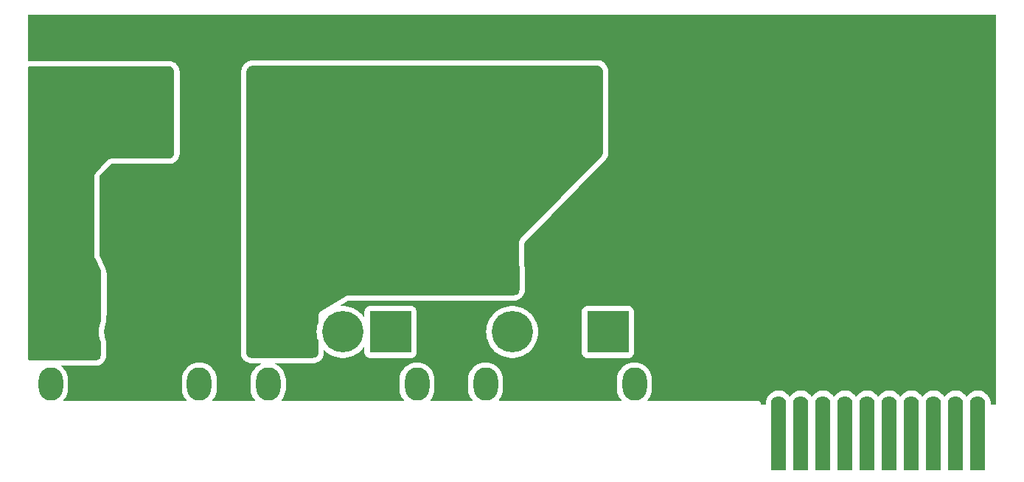
<source format=gbr>
%TF.GenerationSoftware,KiCad,Pcbnew,8.0.1*%
%TF.CreationDate,2024-04-05T18:07:18-04:00*%
%TF.ProjectId,bus1,62757331-2e6b-4696-9361-645f70636258,rev?*%
%TF.SameCoordinates,Original*%
%TF.FileFunction,Copper,L2,Bot*%
%TF.FilePolarity,Positive*%
%FSLAX46Y46*%
G04 Gerber Fmt 4.6, Leading zero omitted, Abs format (unit mm)*
G04 Created by KiCad (PCBNEW 8.0.1) date 2024-04-05 18:07:18*
%MOMM*%
%LPD*%
G01*
G04 APERTURE LIST*
%TA.AperFunction,ComponentPad*%
%ADD10R,2.100000X2.100000*%
%TD*%
%TA.AperFunction,ComponentPad*%
%ADD11C,2.100000*%
%TD*%
%TA.AperFunction,ComponentPad*%
%ADD12C,2.610000*%
%TD*%
%TA.AperFunction,ComponentPad*%
%ADD13O,2.800000X3.800000*%
%TD*%
%TA.AperFunction,ComponentPad*%
%ADD14C,4.750000*%
%TD*%
%TA.AperFunction,ComponentPad*%
%ADD15R,4.750000X4.750000*%
%TD*%
%TA.AperFunction,ComponentPad*%
%ADD16C,1.780000*%
%TD*%
%TA.AperFunction,SMDPad,CuDef*%
%ADD17R,1.780000X7.700000*%
%TD*%
%TA.AperFunction,ViaPad*%
%ADD18C,0.800000*%
%TD*%
G04 APERTURE END LIST*
D10*
%TO.P,PS1,1,Vin+*%
%TO.N,/48v*%
X10716250Y41468750D03*
D11*
%TO.P,PS1,2,On/Off*%
%TO.N,GND2*%
X10716250Y33848750D03*
%TO.P,PS1,3,Vin-*%
X10716250Y26228750D03*
D12*
%TO.P,PS1,4,Vout-*%
X61516250Y26228750D03*
%TO.P,PS1,8,Vout+*%
%TO.N,/12v_1*%
X61516250Y41468750D03*
%TD*%
D13*
%TO.P,J2,*%
%TO.N,*%
X2986250Y10333750D03*
X20086250Y10333750D03*
X27986250Y10333750D03*
X45086250Y10333750D03*
X52956250Y10333750D03*
X70056250Y10333750D03*
D14*
%TO.P,J2,1,48V*%
%TO.N,/48v*%
X6036250Y16333750D03*
%TO.P,J2,2,GND*%
%TO.N,GND2*%
X11536250Y16333750D03*
D15*
%TO.P,J2,3,GND*%
X17036250Y16333750D03*
D14*
%TO.P,J2,4,12V*%
%TO.N,/12v_1*%
X31036250Y16333750D03*
%TO.P,J2,5,12V*%
%TO.N,unconnected-(J2B-12V-Pad5)*%
X36536250Y16333750D03*
D15*
%TO.P,J2,6,12V*%
%TO.N,unconnected-(J2B-12V-Pad6)*%
X42036250Y16333750D03*
D14*
%TO.P,J2,7,24V*%
%TO.N,unconnected-(J2C-24V-Pad7)*%
X56006250Y16333750D03*
%TO.P,J2,8,GND*%
%TO.N,GND2*%
X61506250Y16333750D03*
D15*
%TO.P,J2,9,5V*%
%TO.N,unconnected-(J2C-5V-Pad9)*%
X67006250Y16333750D03*
%TD*%
D16*
%TO.P,J1,1,sGND*%
%TO.N,GND1*%
X86626250Y8093750D03*
D17*
X86626250Y4263750D03*
D16*
%TO.P,J1,2,TX0/SDA0*%
%TO.N,unconnected-(J1-TX0{slash}SDA0-Pad2)*%
X89166250Y8093750D03*
D17*
X89166250Y4263750D03*
D16*
%TO.P,J1,3,RX0/SCL0*%
%TO.N,unconnected-(J1-RX0{slash}SCL0-Pad3)*%
X91706250Y8093750D03*
D17*
X91706250Y4263750D03*
D16*
%TO.P,J1,4,sGND*%
%TO.N,GND1*%
X94246250Y8093750D03*
D17*
X94246250Y4263750D03*
D16*
%TO.P,J1,5,TX1/SDA1*%
%TO.N,unconnected-(J1-TX1{slash}SDA1-Pad5)*%
X96786250Y8093750D03*
D17*
X96786250Y4263750D03*
D16*
%TO.P,J1,6,RX1/SCL1*%
%TO.N,unconnected-(J1-RX1{slash}SCL1-Pad6)*%
X99326250Y8093750D03*
D17*
X99326250Y4263750D03*
D16*
%TO.P,J1,7,sGND*%
%TO.N,GND1*%
X101866250Y8093750D03*
D17*
X101866250Y4263750D03*
D16*
%TO.P,J1,8,TX2/SDA2*%
%TO.N,unconnected-(J1-TX2{slash}SDA2-Pad8)*%
X104406250Y8093750D03*
D17*
X104406250Y4263750D03*
D16*
%TO.P,J1,9,RX2/SCL2*%
%TO.N,unconnected-(J1-RX2{slash}SCL2-Pad9)*%
X106946250Y8093750D03*
D17*
X106946250Y4263750D03*
D16*
%TO.P,J1,10,sGND*%
%TO.N,GND1*%
X109486250Y8093750D03*
D17*
X109486250Y4263750D03*
%TD*%
D18*
%TO.N,/48v*%
X3156250Y44343750D03*
X6906250Y21843750D03*
X8156250Y36843750D03*
X3156250Y29343750D03*
X3156250Y30593750D03*
X1906250Y14343750D03*
X1906250Y31843750D03*
X15656250Y39343750D03*
X14406250Y44343750D03*
X1906250Y43093750D03*
X3156250Y31843750D03*
X15656250Y45593750D03*
X6906250Y25593750D03*
X1906250Y30593750D03*
X1906250Y33093750D03*
X4406250Y45593750D03*
X8156250Y38093750D03*
X8156250Y20593750D03*
X3156250Y14343750D03*
X15656250Y38093750D03*
X1906250Y44343750D03*
X9406250Y38093750D03*
X1906250Y29343750D03*
X3156250Y45593750D03*
X1906250Y26843750D03*
X1906250Y28093750D03*
X6906250Y34343750D03*
X10656250Y38093750D03*
X3156250Y28093750D03*
X1906250Y25593750D03*
X1906250Y45593750D03*
X6906250Y35593750D03*
X14406250Y45593750D03*
X6906250Y23093750D03*
X14406250Y38093750D03*
X8156250Y23093750D03*
X6906250Y36843750D03*
X8156250Y21843750D03*
X1906250Y15593750D03*
X14406250Y39343750D03*
X3156250Y26843750D03*
X6906250Y24343750D03*
X15656250Y44343750D03*
%TO.N,GND2*%
X110656250Y10593750D03*
X99406250Y38093750D03*
X64406250Y30593750D03*
X89406250Y48093750D03*
X59406250Y10593750D03*
X110656250Y49343750D03*
X20656250Y18093750D03*
X110656250Y45593750D03*
X94406250Y38093750D03*
X79406250Y43093750D03*
X60656250Y23093750D03*
X61906250Y9343750D03*
X109406250Y10593750D03*
X69406250Y28093750D03*
X94406250Y33093750D03*
X69406250Y33093750D03*
X60656250Y10593750D03*
X56906250Y51843750D03*
X104406250Y51843750D03*
X99406250Y23093750D03*
X84406250Y13093750D03*
X99406250Y28093750D03*
X23156250Y18093750D03*
X63156250Y11843750D03*
X69406250Y23093750D03*
X109406250Y33093750D03*
X99406250Y13093750D03*
X55656250Y51843750D03*
X66906250Y34343750D03*
X4406250Y51843750D03*
X99406250Y43093750D03*
X14406250Y33093750D03*
X50656250Y51843750D03*
X109406250Y43093750D03*
X89406250Y23093750D03*
X23156250Y15593750D03*
X19406250Y33093750D03*
X110656250Y13093750D03*
X108156250Y50593750D03*
X60656250Y11843750D03*
X109406250Y38093750D03*
X110656250Y50593750D03*
X79406250Y38093750D03*
X94406250Y23093750D03*
X110656250Y14343750D03*
X109406250Y11843750D03*
X58156250Y51843750D03*
X104406250Y18093750D03*
X50656250Y50593750D03*
X21906250Y15593750D03*
X1906250Y49343750D03*
X49406250Y51843750D03*
X55656250Y50593750D03*
X58156250Y20593750D03*
X109406250Y48093750D03*
X109406250Y51843750D03*
X61906250Y29343750D03*
X89406250Y43093750D03*
X104406250Y43093750D03*
X3156250Y49343750D03*
X64406250Y31843750D03*
X84406250Y23093750D03*
X54406250Y50593750D03*
X49406250Y50593750D03*
X104406250Y13093750D03*
X89406250Y38093750D03*
X14406250Y23093750D03*
X108156250Y48093750D03*
X9406250Y30593750D03*
X58156250Y21843750D03*
X3156250Y51843750D03*
X79406250Y13093750D03*
X79406250Y18093750D03*
X110656250Y11843750D03*
X21906250Y14343750D03*
X84406250Y48093750D03*
X109406250Y13093750D03*
X79406250Y48093750D03*
X79406250Y33093750D03*
X54406250Y51843750D03*
X94406250Y28093750D03*
X84406250Y43093750D03*
X108156250Y49343750D03*
X105656250Y51843750D03*
X48156250Y50593750D03*
X45656250Y51843750D03*
X94406250Y13093750D03*
X89406250Y18093750D03*
X69406250Y48093750D03*
X23156250Y16843750D03*
X99406250Y18093750D03*
X9406250Y28093750D03*
X9406250Y31843750D03*
X99406250Y33093750D03*
X10656250Y30593750D03*
X110656250Y51843750D03*
X59406250Y24343750D03*
X63156250Y13093750D03*
X74406250Y38093750D03*
X48156250Y51843750D03*
X46906250Y50593750D03*
X110656250Y48093750D03*
X61906250Y13093750D03*
X104406250Y38093750D03*
X74406250Y23093750D03*
X69406250Y38093750D03*
X51906250Y51843750D03*
X79406250Y23093750D03*
X64406250Y23093750D03*
X1906250Y51843750D03*
X45656250Y50593750D03*
X63156250Y10593750D03*
X94406250Y43093750D03*
X63156250Y29343750D03*
X3156250Y50593750D03*
X110656250Y46843750D03*
X104406250Y23093750D03*
X61906250Y11843750D03*
X94406250Y18093750D03*
X109406250Y46843750D03*
X74406250Y28093750D03*
X74406250Y48093750D03*
X69406250Y43093750D03*
X109406250Y28093750D03*
X108156250Y51843750D03*
X109406250Y18093750D03*
X4406250Y50593750D03*
X59406250Y11843750D03*
X79406250Y28093750D03*
X9406250Y29343750D03*
X19406250Y28093750D03*
X108156250Y11843750D03*
X84406250Y33093750D03*
X58156250Y23093750D03*
X109406250Y50593750D03*
X89406250Y13093750D03*
X56906250Y50593750D03*
X60656250Y20593750D03*
X51906250Y50593750D03*
X89406250Y33093750D03*
X106906250Y49343750D03*
X21906250Y18093750D03*
X59406250Y13093750D03*
X106906250Y50593750D03*
X53156250Y50593750D03*
X65656250Y31843750D03*
X94406250Y48093750D03*
X58156250Y24343750D03*
X64406250Y28093750D03*
X46906250Y51843750D03*
X104406250Y33093750D03*
X89406250Y28093750D03*
X74406250Y43093750D03*
X10656250Y29343750D03*
X105656250Y50593750D03*
X59406250Y20593750D03*
X23156250Y14343750D03*
X60656250Y9343750D03*
X20656250Y14343750D03*
X20656250Y16843750D03*
X74406250Y18093750D03*
X14406250Y28093750D03*
X21906250Y16843750D03*
X63156250Y30593750D03*
X1906250Y50593750D03*
X109406250Y49343750D03*
X61906250Y10593750D03*
X59406250Y21843750D03*
X19406250Y23093750D03*
X65656250Y33093750D03*
X59406250Y9343750D03*
X84406250Y28093750D03*
X5656250Y51843750D03*
X44406250Y51843750D03*
X60656250Y13093750D03*
X53156250Y51843750D03*
X63156250Y9343750D03*
X59406250Y23093750D03*
X58156250Y25593750D03*
X60656250Y21843750D03*
X109406250Y23093750D03*
X104406250Y48093750D03*
X84406250Y18093750D03*
X20656250Y15593750D03*
X74406250Y33093750D03*
X104406250Y28093750D03*
X74406250Y13093750D03*
X106906250Y51843750D03*
X84406250Y38093750D03*
X66906250Y33093750D03*
X99406250Y48093750D03*
%TO.N,/12v_1*%
X40656250Y45593750D03*
X61906250Y33093750D03*
X29406250Y31843750D03*
X55656250Y21843750D03*
X54406250Y24343750D03*
X41906250Y45593750D03*
X46906250Y43093750D03*
X34406250Y28093750D03*
X28156250Y29343750D03*
X61906250Y34343750D03*
X53156250Y21843750D03*
X49406250Y44343750D03*
X54406250Y21843750D03*
X49406250Y28093750D03*
X29406250Y23093750D03*
X28156250Y44343750D03*
X26906250Y33093750D03*
X28156250Y33093750D03*
X64406250Y44343750D03*
X26906250Y25593750D03*
X38156250Y23093750D03*
X65656250Y41843750D03*
X50656250Y45593750D03*
X26906250Y28093750D03*
X65656250Y43093750D03*
X29406250Y30593750D03*
X28156250Y45593750D03*
X49406250Y45593750D03*
X49406250Y38093750D03*
X65656250Y44343750D03*
X44406250Y43093750D03*
X56906250Y28093750D03*
X65656250Y40593750D03*
X55656250Y25593750D03*
X29406250Y38093750D03*
X26906250Y26843750D03*
X54406250Y23093750D03*
X46906250Y44343750D03*
X43156250Y43093750D03*
X26906250Y15593750D03*
X41906250Y44343750D03*
X59406250Y30593750D03*
X58156250Y30593750D03*
X28156250Y26843750D03*
X34406250Y21843750D03*
X33156250Y19343750D03*
X55656250Y26843750D03*
X63156250Y35593750D03*
X51906250Y45593750D03*
X36906250Y21843750D03*
X56906250Y29343750D03*
X60656250Y33093750D03*
X54406250Y43093750D03*
X28156250Y31843750D03*
X26906250Y35593750D03*
X36906250Y23093750D03*
X34406250Y43093750D03*
X49406250Y33093750D03*
X50656250Y44343750D03*
X43156250Y45593750D03*
X28156250Y30593750D03*
X59406250Y31843750D03*
X49406250Y23093750D03*
X26906250Y29343750D03*
X26906250Y24343750D03*
X35656250Y21843750D03*
X58156250Y29343750D03*
X26906250Y34343750D03*
X44406250Y44343750D03*
X48156250Y44343750D03*
X26906250Y41843750D03*
X26906250Y30593750D03*
X64406250Y36843750D03*
X60656250Y31843750D03*
X45656250Y45593750D03*
X46906250Y45593750D03*
X28156250Y43093750D03*
X43156250Y44343750D03*
X28156250Y34343750D03*
X59406250Y38093750D03*
X29406250Y45593750D03*
X48156250Y43093750D03*
X26906250Y14343750D03*
X48156250Y45593750D03*
X53156250Y23093750D03*
X39406250Y33093750D03*
X34406250Y20593750D03*
X63156250Y34343750D03*
X39406250Y28093750D03*
X64406250Y35593750D03*
X31906250Y45593750D03*
X34406250Y33093750D03*
X61906250Y45593750D03*
X51906250Y21843750D03*
X29406250Y44343750D03*
X65656250Y39343750D03*
X45656250Y44343750D03*
X55656250Y24343750D03*
X64406250Y45593750D03*
X65656250Y45593750D03*
X49406250Y43093750D03*
X44406250Y45593750D03*
X26906250Y43093750D03*
X34406250Y38093750D03*
X45656250Y43093750D03*
X30656250Y45593750D03*
X29406250Y29343750D03*
X39406250Y38093750D03*
X33156250Y20593750D03*
X65656250Y36843750D03*
X44406250Y23093750D03*
X26906250Y40593750D03*
X44406250Y33093750D03*
X26906250Y44343750D03*
X35656250Y20593750D03*
X44406250Y28093750D03*
X54406250Y38093750D03*
X26906250Y45593750D03*
X29406250Y28093750D03*
X28156250Y25593750D03*
X39406250Y21843750D03*
X55656250Y23093750D03*
X63156250Y45593750D03*
X29406250Y26843750D03*
X35656250Y23093750D03*
X44406250Y38093750D03*
X54406250Y33093750D03*
X65656250Y38093750D03*
X29406250Y33093750D03*
X26906250Y31843750D03*
X28156250Y28093750D03*
X28156250Y14343750D03*
X38156250Y21843750D03*
X55656250Y28093750D03*
%TD*%
%TA.AperFunction,Conductor*%
%TO.N,/12v_1*%
G36*
X65774329Y46942880D02*
G01*
X65936060Y46921840D01*
X65939000Y46921058D01*
X66057736Y46872173D01*
X66089088Y46859265D01*
X66091731Y46857748D01*
X66220773Y46759295D01*
X66222934Y46757147D01*
X66322175Y46628711D01*
X66323708Y46626077D01*
X66386416Y46476376D01*
X66387218Y46473436D01*
X66409247Y46311848D01*
X66409354Y46310325D01*
X66454971Y37004601D01*
X66454880Y37003089D01*
X66434755Y36842521D01*
X66433995Y36839594D01*
X66373676Y36690246D01*
X66372190Y36687612D01*
X66275155Y36558105D01*
X66274170Y36556954D01*
X56988584Y27030808D01*
X56889864Y26898913D01*
X56828399Y26746065D01*
X56828398Y26746058D01*
X56808323Y26582533D01*
X56851163Y21184561D01*
X56851074Y21183025D01*
X56830817Y21019996D01*
X56830042Y21017026D01*
X56768372Y20865597D01*
X56766851Y20862931D01*
X56667919Y20732757D01*
X56665757Y20730577D01*
X56536367Y20630611D01*
X56533713Y20629070D01*
X56382783Y20566202D01*
X56379819Y20565403D01*
X56216953Y20543851D01*
X56215418Y20543750D01*
X37185981Y20543750D01*
X37013044Y20519748D01*
X36853178Y20449553D01*
X34058450Y18729720D01*
X34058447Y18729718D01*
X33932889Y18628381D01*
X33836923Y18498669D01*
X33836922Y18498669D01*
X33776749Y18348959D01*
X33756250Y18188928D01*
X33756250Y17426652D01*
X33755293Y17422018D01*
X33726929Y17356265D01*
X33726925Y17356253D01*
X33627218Y17023205D01*
X33627217Y17023203D01*
X33566847Y16680828D01*
X33566846Y16680818D01*
X33546632Y16333754D01*
X33546632Y16333747D01*
X33566846Y15986683D01*
X33566847Y15986673D01*
X33627217Y15644298D01*
X33627218Y15644296D01*
X33726925Y15311248D01*
X33726929Y15311236D01*
X33743305Y15273273D01*
X33755293Y15245482D01*
X33756250Y15240850D01*
X33756250Y13979518D01*
X33756150Y13977991D01*
X33734813Y13815926D01*
X33734022Y13812976D01*
X33671765Y13662674D01*
X33670238Y13660028D01*
X33571200Y13530959D01*
X33569041Y13528800D01*
X33439972Y13429762D01*
X33437326Y13428235D01*
X33287024Y13365978D01*
X33284074Y13365187D01*
X33122010Y13343850D01*
X33120483Y13343750D01*
X26092967Y13343750D01*
X26091438Y13343850D01*
X25929222Y13365227D01*
X25926270Y13366019D01*
X25775848Y13428392D01*
X25773201Y13429922D01*
X25644071Y13529134D01*
X25641911Y13531298D01*
X25633545Y13542221D01*
X25542891Y13660576D01*
X25541369Y13663219D01*
X25479220Y13813736D01*
X25478432Y13816690D01*
X25457297Y13978935D01*
X25457199Y13980463D01*
X25463471Y18188928D01*
X25505304Y46259719D01*
X25505405Y46261217D01*
X25526911Y46422990D01*
X25527702Y46425928D01*
X25589976Y46575927D01*
X25591502Y46578566D01*
X25690423Y46707388D01*
X25692565Y46709529D01*
X25821414Y46808417D01*
X25824048Y46809939D01*
X25974070Y46872176D01*
X25977000Y46872963D01*
X26138768Y46894424D01*
X26140290Y46894525D01*
X65772834Y46942977D01*
X65774329Y46942880D01*
G37*
%TD.AperFunction*%
%TD*%
%TA.AperFunction,Conductor*%
%TO.N,GND2*%
G36*
X111602323Y52789823D02*
G01*
X111605750Y52781550D01*
X111605750Y8011893D01*
X111602323Y8003620D01*
X111594050Y8000193D01*
X111594043Y8000193D01*
X110998042Y8000526D01*
X110989771Y8003957D01*
X110986349Y8012226D01*
X110986349Y8031214D01*
X110986389Y8032180D01*
X110991491Y8093750D01*
X110991491Y8093751D01*
X110986389Y8155322D01*
X110986349Y8156288D01*
X110986349Y8175362D01*
X110986349Y8175363D01*
X110983628Y8209949D01*
X110981484Y8217328D01*
X110981060Y8219623D01*
X110980738Y8223503D01*
X110970961Y8341505D01*
X110909933Y8582501D01*
X110810070Y8810166D01*
X110674097Y9018288D01*
X110573072Y9128031D01*
X110505724Y9201190D01*
X110505714Y9201198D01*
X110309539Y9353887D01*
X110090898Y9472210D01*
X109855765Y9552931D01*
X109855755Y9552934D01*
X109610556Y9593850D01*
X109610552Y9593850D01*
X109361948Y9593850D01*
X109361943Y9593850D01*
X109116744Y9552934D01*
X109116734Y9552931D01*
X108881607Y9472212D01*
X108881604Y9472211D01*
X108662962Y9353888D01*
X108466785Y9201198D01*
X108466775Y9201190D01*
X108298405Y9018291D01*
X108298404Y9018291D01*
X108226045Y8907537D01*
X108218651Y8902485D01*
X108209851Y8904141D01*
X108206455Y8907537D01*
X108183411Y8942807D01*
X108134097Y9018288D01*
X108033072Y9128031D01*
X107965724Y9201190D01*
X107965714Y9201198D01*
X107769539Y9353887D01*
X107550898Y9472210D01*
X107315765Y9552931D01*
X107315755Y9552934D01*
X107070556Y9593850D01*
X107070552Y9593850D01*
X106821948Y9593850D01*
X106821943Y9593850D01*
X106576744Y9552934D01*
X106576734Y9552931D01*
X106341607Y9472212D01*
X106341604Y9472211D01*
X106122962Y9353888D01*
X105926785Y9201198D01*
X105926775Y9201190D01*
X105758405Y9018291D01*
X105758404Y9018291D01*
X105686045Y8907537D01*
X105678651Y8902485D01*
X105669851Y8904141D01*
X105666455Y8907537D01*
X105643411Y8942807D01*
X105594097Y9018288D01*
X105493072Y9128031D01*
X105425724Y9201190D01*
X105425714Y9201198D01*
X105229539Y9353887D01*
X105010898Y9472210D01*
X104775765Y9552931D01*
X104775755Y9552934D01*
X104530556Y9593850D01*
X104530552Y9593850D01*
X104281948Y9593850D01*
X104281943Y9593850D01*
X104036744Y9552934D01*
X104036734Y9552931D01*
X103801607Y9472212D01*
X103801604Y9472211D01*
X103582962Y9353888D01*
X103386785Y9201198D01*
X103386775Y9201190D01*
X103218405Y9018291D01*
X103218404Y9018291D01*
X103146045Y8907537D01*
X103138651Y8902485D01*
X103129851Y8904141D01*
X103126455Y8907537D01*
X103103411Y8942807D01*
X103054097Y9018288D01*
X102953072Y9128031D01*
X102885724Y9201190D01*
X102885714Y9201198D01*
X102689539Y9353887D01*
X102470898Y9472210D01*
X102235765Y9552931D01*
X102235755Y9552934D01*
X101990556Y9593850D01*
X101990552Y9593850D01*
X101741948Y9593850D01*
X101741943Y9593850D01*
X101496744Y9552934D01*
X101496734Y9552931D01*
X101261607Y9472212D01*
X101261604Y9472211D01*
X101042962Y9353888D01*
X100846785Y9201198D01*
X100846775Y9201190D01*
X100678405Y9018291D01*
X100678404Y9018291D01*
X100606045Y8907537D01*
X100598651Y8902485D01*
X100589851Y8904141D01*
X100586455Y8907537D01*
X100563411Y8942807D01*
X100514097Y9018288D01*
X100413072Y9128031D01*
X100345724Y9201190D01*
X100345714Y9201198D01*
X100149539Y9353887D01*
X99930898Y9472210D01*
X99695765Y9552931D01*
X99695755Y9552934D01*
X99450556Y9593850D01*
X99450552Y9593850D01*
X99201948Y9593850D01*
X99201943Y9593850D01*
X98956744Y9552934D01*
X98956734Y9552931D01*
X98721607Y9472212D01*
X98721604Y9472211D01*
X98502962Y9353888D01*
X98306785Y9201198D01*
X98306775Y9201190D01*
X98138405Y9018291D01*
X98138404Y9018291D01*
X98066045Y8907537D01*
X98058651Y8902485D01*
X98049851Y8904141D01*
X98046455Y8907537D01*
X98023411Y8942807D01*
X97974097Y9018288D01*
X97873072Y9128031D01*
X97805724Y9201190D01*
X97805714Y9201198D01*
X97609539Y9353887D01*
X97390898Y9472210D01*
X97155765Y9552931D01*
X97155755Y9552934D01*
X96910556Y9593850D01*
X96910552Y9593850D01*
X96661948Y9593850D01*
X96661943Y9593850D01*
X96416744Y9552934D01*
X96416734Y9552931D01*
X96181607Y9472212D01*
X96181604Y9472211D01*
X95962962Y9353888D01*
X95766785Y9201198D01*
X95766775Y9201190D01*
X95598405Y9018291D01*
X95598404Y9018291D01*
X95526045Y8907537D01*
X95518651Y8902485D01*
X95509851Y8904141D01*
X95506455Y8907537D01*
X95483411Y8942807D01*
X95434097Y9018288D01*
X95333072Y9128031D01*
X95265724Y9201190D01*
X95265714Y9201198D01*
X95069539Y9353887D01*
X94850898Y9472210D01*
X94615765Y9552931D01*
X94615755Y9552934D01*
X94370556Y9593850D01*
X94370552Y9593850D01*
X94121948Y9593850D01*
X94121943Y9593850D01*
X93876744Y9552934D01*
X93876734Y9552931D01*
X93641607Y9472212D01*
X93641604Y9472211D01*
X93422962Y9353888D01*
X93226785Y9201198D01*
X93226775Y9201190D01*
X93058405Y9018291D01*
X93058404Y9018291D01*
X92986045Y8907537D01*
X92978651Y8902485D01*
X92969851Y8904141D01*
X92966455Y8907537D01*
X92943411Y8942807D01*
X92894097Y9018288D01*
X92793072Y9128031D01*
X92725724Y9201190D01*
X92725714Y9201198D01*
X92529539Y9353887D01*
X92310898Y9472210D01*
X92075765Y9552931D01*
X92075755Y9552934D01*
X91830556Y9593850D01*
X91830552Y9593850D01*
X91581948Y9593850D01*
X91581943Y9593850D01*
X91336744Y9552934D01*
X91336734Y9552931D01*
X91101607Y9472212D01*
X91101604Y9472211D01*
X90882962Y9353888D01*
X90686785Y9201198D01*
X90686775Y9201190D01*
X90518405Y9018291D01*
X90518404Y9018291D01*
X90446045Y8907537D01*
X90438651Y8902485D01*
X90429851Y8904141D01*
X90426455Y8907537D01*
X90403411Y8942807D01*
X90354097Y9018288D01*
X90253072Y9128031D01*
X90185724Y9201190D01*
X90185714Y9201198D01*
X89989539Y9353887D01*
X89770898Y9472210D01*
X89535765Y9552931D01*
X89535755Y9552934D01*
X89290556Y9593850D01*
X89290552Y9593850D01*
X89041948Y9593850D01*
X89041943Y9593850D01*
X88796744Y9552934D01*
X88796734Y9552931D01*
X88561607Y9472212D01*
X88561604Y9472211D01*
X88342962Y9353888D01*
X88146785Y9201198D01*
X88146775Y9201190D01*
X87978405Y9018291D01*
X87978404Y9018291D01*
X87906045Y8907537D01*
X87898651Y8902485D01*
X87889851Y8904141D01*
X87886455Y8907537D01*
X87863411Y8942807D01*
X87814097Y9018288D01*
X87713072Y9128031D01*
X87645724Y9201190D01*
X87645714Y9201198D01*
X87449539Y9353887D01*
X87230898Y9472210D01*
X86995765Y9552931D01*
X86995755Y9552934D01*
X86750556Y9593850D01*
X86750552Y9593850D01*
X86501948Y9593850D01*
X86501943Y9593850D01*
X86256744Y9552934D01*
X86256734Y9552931D01*
X86021607Y9472212D01*
X86021604Y9472211D01*
X85802962Y9353888D01*
X85606785Y9201198D01*
X85606775Y9201190D01*
X85438405Y9018291D01*
X85438404Y9018291D01*
X85302435Y8810175D01*
X85302431Y8810168D01*
X85202567Y8582501D01*
X85141539Y8341507D01*
X85131439Y8219625D01*
X85131015Y8217328D01*
X85128871Y8209948D01*
X85126150Y8175363D01*
X85126150Y8156276D01*
X85126110Y8155310D01*
X85121009Y8093751D01*
X85121009Y8093750D01*
X85126110Y8032192D01*
X85126150Y8031226D01*
X85126150Y8026691D01*
X85122723Y8018418D01*
X85114450Y8014991D01*
X85114443Y8014991D01*
X84578443Y8015290D01*
X84570172Y8018721D01*
X84566750Y8026990D01*
X84566750Y8133315D01*
X84546272Y8209738D01*
X84546270Y8209742D01*
X84506712Y8278258D01*
X84506708Y8278263D01*
X84450762Y8334209D01*
X84450757Y8334213D01*
X84382241Y8373771D01*
X84382237Y8373773D01*
X84305815Y8394250D01*
X84305812Y8394250D01*
X71487707Y8394250D01*
X71479434Y8397677D01*
X71476007Y8405950D01*
X71479434Y8414223D01*
X71570766Y8505555D01*
X71731173Y8714602D01*
X71862922Y8942798D01*
X71963758Y9186238D01*
X72031957Y9440758D01*
X72066350Y9702001D01*
X72066350Y10965499D01*
X72031957Y11226742D01*
X71963758Y11481262D01*
X71862922Y11724702D01*
X71731173Y11952898D01*
X71570766Y12161945D01*
X71384445Y12348266D01*
X71175398Y12508673D01*
X70947202Y12640422D01*
X70947194Y12640426D01*
X70947193Y12640426D01*
X70703771Y12741255D01*
X70703760Y12741259D01*
X70449240Y12809458D01*
X70187999Y12843850D01*
X69924501Y12843850D01*
X69663259Y12809458D01*
X69408739Y12741259D01*
X69408728Y12741255D01*
X69165306Y12640426D01*
X69165301Y12640424D01*
X69165298Y12640422D01*
X68937102Y12508673D01*
X68937101Y12508673D01*
X68728056Y12348267D01*
X68728049Y12348261D01*
X68541739Y12161951D01*
X68541733Y12161944D01*
X68381327Y11952899D01*
X68381327Y11952898D01*
X68249578Y11724702D01*
X68249576Y11724699D01*
X68249574Y11724694D01*
X68148745Y11481272D01*
X68148741Y11481261D01*
X68080542Y11226741D01*
X68046150Y10965499D01*
X68046150Y9702002D01*
X68080542Y9440760D01*
X68148741Y9186240D01*
X68148745Y9186229D01*
X68218309Y9018288D01*
X68249578Y8942798D01*
X68381327Y8714602D01*
X68541734Y8505555D01*
X68541739Y8505550D01*
X68633066Y8414223D01*
X68636493Y8405950D01*
X68633066Y8397677D01*
X68624793Y8394250D01*
X54387707Y8394250D01*
X54379434Y8397677D01*
X54376007Y8405950D01*
X54379434Y8414223D01*
X54470766Y8505555D01*
X54631173Y8714602D01*
X54762922Y8942798D01*
X54863758Y9186238D01*
X54931957Y9440758D01*
X54966350Y9702001D01*
X54966350Y10965499D01*
X54931957Y11226742D01*
X54863758Y11481262D01*
X54762922Y11724702D01*
X54631173Y11952898D01*
X54470766Y12161945D01*
X54284445Y12348266D01*
X54075398Y12508673D01*
X53847202Y12640422D01*
X53847194Y12640426D01*
X53847193Y12640426D01*
X53603771Y12741255D01*
X53603760Y12741259D01*
X53349240Y12809458D01*
X53087999Y12843850D01*
X52824501Y12843850D01*
X52563259Y12809458D01*
X52308739Y12741259D01*
X52308728Y12741255D01*
X52065306Y12640426D01*
X52065301Y12640424D01*
X52065298Y12640422D01*
X51837102Y12508673D01*
X51837101Y12508673D01*
X51628056Y12348267D01*
X51628049Y12348261D01*
X51441739Y12161951D01*
X51441733Y12161944D01*
X51281327Y11952899D01*
X51281327Y11952898D01*
X51149578Y11724702D01*
X51149576Y11724699D01*
X51149574Y11724694D01*
X51048745Y11481272D01*
X51048741Y11481261D01*
X50980542Y11226741D01*
X50946150Y10965499D01*
X50946150Y9702002D01*
X50980542Y9440760D01*
X51048741Y9186240D01*
X51048745Y9186229D01*
X51118309Y9018288D01*
X51149578Y8942798D01*
X51281327Y8714602D01*
X51441734Y8505555D01*
X51441739Y8505550D01*
X51533066Y8414223D01*
X51536493Y8405950D01*
X51533066Y8397677D01*
X51524793Y8394250D01*
X46517707Y8394250D01*
X46509434Y8397677D01*
X46506007Y8405950D01*
X46509434Y8414223D01*
X46600766Y8505555D01*
X46761173Y8714602D01*
X46892922Y8942798D01*
X46993758Y9186238D01*
X47061957Y9440758D01*
X47096350Y9702001D01*
X47096350Y10965499D01*
X47061957Y11226742D01*
X46993758Y11481262D01*
X46892922Y11724702D01*
X46761173Y11952898D01*
X46600766Y12161945D01*
X46414445Y12348266D01*
X46205398Y12508673D01*
X45977202Y12640422D01*
X45977194Y12640426D01*
X45977193Y12640426D01*
X45733771Y12741255D01*
X45733760Y12741259D01*
X45479240Y12809458D01*
X45217999Y12843850D01*
X44954501Y12843850D01*
X44693259Y12809458D01*
X44438739Y12741259D01*
X44438728Y12741255D01*
X44195306Y12640426D01*
X44195301Y12640424D01*
X44195298Y12640422D01*
X43967102Y12508673D01*
X43967101Y12508673D01*
X43758056Y12348267D01*
X43758049Y12348261D01*
X43571739Y12161951D01*
X43571733Y12161944D01*
X43411327Y11952899D01*
X43411327Y11952898D01*
X43279578Y11724702D01*
X43279576Y11724699D01*
X43279574Y11724694D01*
X43178745Y11481272D01*
X43178741Y11481261D01*
X43110542Y11226741D01*
X43076150Y10965499D01*
X43076150Y9702002D01*
X43110542Y9440760D01*
X43178741Y9186240D01*
X43178745Y9186229D01*
X43248309Y9018288D01*
X43279578Y8942798D01*
X43411327Y8714602D01*
X43571734Y8505555D01*
X43571739Y8505550D01*
X43663066Y8414223D01*
X43666493Y8405950D01*
X43663066Y8397677D01*
X43654793Y8394250D01*
X29417707Y8394250D01*
X29409434Y8397677D01*
X29406007Y8405950D01*
X29409434Y8414223D01*
X29500766Y8505555D01*
X29661173Y8714602D01*
X29792922Y8942798D01*
X29893758Y9186238D01*
X29961957Y9440758D01*
X29996350Y9702001D01*
X29996350Y10965499D01*
X29961957Y11226742D01*
X29893758Y11481262D01*
X29792922Y11724702D01*
X29661173Y11952898D01*
X29500766Y12161945D01*
X29314445Y12348266D01*
X29105398Y12508673D01*
X28877202Y12640422D01*
X28877194Y12640426D01*
X28877193Y12640426D01*
X28718542Y12706141D01*
X28712210Y12712473D01*
X28712210Y12721427D01*
X28718542Y12727759D01*
X28723019Y12728650D01*
X33120474Y12728650D01*
X33120483Y12728650D01*
X33160678Y12729965D01*
X33162205Y12730065D01*
X33202300Y12734013D01*
X33364364Y12755350D01*
X33426875Y12767791D01*
X33443363Y12771071D01*
X33443366Y12771072D01*
X33443377Y12771074D01*
X33446327Y12771865D01*
X33522412Y12797700D01*
X33522432Y12797709D01*
X33522442Y12797712D01*
X33653970Y12852193D01*
X33672714Y12859957D01*
X33744775Y12895484D01*
X33747421Y12897011D01*
X33814421Y12941770D01*
X33943490Y13040808D01*
X33944136Y13041374D01*
X33955423Y13051274D01*
X34003982Y13093859D01*
X34006141Y13096018D01*
X34059192Y13156510D01*
X34158230Y13285579D01*
X34202989Y13352579D01*
X34204516Y13355225D01*
X34240043Y13427286D01*
X34302300Y13577588D01*
X34328135Y13653673D01*
X34328926Y13656623D01*
X34344650Y13735637D01*
X34365987Y13897702D01*
X34369935Y13937796D01*
X34370035Y13939323D01*
X34371350Y13979518D01*
X34371350Y14249034D01*
X34374777Y14257307D01*
X34383050Y14260734D01*
X34391323Y14257307D01*
X34391560Y14257063D01*
X34484269Y14158795D01*
X34484275Y14158790D01*
X34484278Y14158787D01*
X34639312Y14028698D01*
X34750653Y13935272D01*
X35041162Y13744201D01*
X35041170Y13744196D01*
X35351909Y13588138D01*
X35351916Y13588136D01*
X35351921Y13588133D01*
X35678650Y13469213D01*
X35678656Y13469212D01*
X35678663Y13469209D01*
X36017014Y13389018D01*
X36362388Y13348650D01*
X36362395Y13348650D01*
X36710105Y13348650D01*
X36710112Y13348650D01*
X37055486Y13389018D01*
X37393837Y13469209D01*
X37393845Y13469213D01*
X37393849Y13469213D01*
X37720578Y13588133D01*
X37720579Y13588134D01*
X37720591Y13588138D01*
X38031330Y13744196D01*
X38321849Y13935274D01*
X38588222Y14158787D01*
X38826845Y14411713D01*
X39030066Y14684688D01*
X39037754Y14689276D01*
X39046437Y14687085D01*
X39051026Y14679396D01*
X39051150Y14677700D01*
X39051150Y13897139D01*
X39053872Y13862550D01*
X39096875Y13714531D01*
X39096877Y13714527D01*
X39096878Y13714524D01*
X39175345Y13581843D01*
X39175346Y13581842D01*
X39175348Y13581839D01*
X39284338Y13472849D01*
X39284340Y13472848D01*
X39284343Y13472845D01*
X39417024Y13394378D01*
X39417028Y13394377D01*
X39417030Y13394376D01*
X39435473Y13389018D01*
X39565051Y13351372D01*
X39599637Y13348650D01*
X44472862Y13348651D01*
X44507449Y13351372D01*
X44655476Y13394378D01*
X44788157Y13472845D01*
X44897155Y13581843D01*
X44975622Y13714524D01*
X45018628Y13862551D01*
X45021350Y13897137D01*
X45021350Y16333747D01*
X53016091Y16333747D01*
X53036308Y15986620D01*
X53036309Y15986610D01*
X53096690Y15644173D01*
X53096691Y15644171D01*
X53196417Y15311063D01*
X53196421Y15311051D01*
X53334145Y14991770D01*
X53334150Y14991761D01*
X53508006Y14690635D01*
X53715651Y14411718D01*
X53715656Y14411712D01*
X53954269Y14158795D01*
X53954275Y14158790D01*
X53954278Y14158787D01*
X54109312Y14028698D01*
X54220653Y13935272D01*
X54511162Y13744201D01*
X54511170Y13744196D01*
X54821909Y13588138D01*
X54821916Y13588136D01*
X54821921Y13588133D01*
X55148650Y13469213D01*
X55148656Y13469212D01*
X55148663Y13469209D01*
X55487014Y13389018D01*
X55832388Y13348650D01*
X55832395Y13348650D01*
X56180105Y13348650D01*
X56180112Y13348650D01*
X56525486Y13389018D01*
X56863837Y13469209D01*
X56863845Y13469213D01*
X56863849Y13469213D01*
X57190578Y13588133D01*
X57190579Y13588134D01*
X57190591Y13588138D01*
X57501330Y13744196D01*
X57733868Y13897139D01*
X64021150Y13897139D01*
X64023872Y13862550D01*
X64066875Y13714531D01*
X64066877Y13714527D01*
X64066878Y13714524D01*
X64145345Y13581843D01*
X64145346Y13581842D01*
X64145348Y13581839D01*
X64254338Y13472849D01*
X64254340Y13472848D01*
X64254343Y13472845D01*
X64387024Y13394378D01*
X64387028Y13394377D01*
X64387030Y13394376D01*
X64405473Y13389018D01*
X64535051Y13351372D01*
X64569637Y13348650D01*
X69442862Y13348651D01*
X69477449Y13351372D01*
X69625476Y13394378D01*
X69758157Y13472845D01*
X69867155Y13581843D01*
X69945622Y13714524D01*
X69988628Y13862551D01*
X69991350Y13897137D01*
X69991349Y18770362D01*
X69988628Y18804949D01*
X69948705Y18942364D01*
X69945624Y18952970D01*
X69945623Y18952972D01*
X69945622Y18952976D01*
X69867155Y19085657D01*
X69867152Y19085660D01*
X69867151Y19085662D01*
X69758161Y19194652D01*
X69758158Y19194654D01*
X69758157Y19194655D01*
X69625476Y19273122D01*
X69625473Y19273123D01*
X69625469Y19273125D01*
X69477449Y19316128D01*
X69477451Y19316128D01*
X69454391Y19317943D01*
X69442863Y19318850D01*
X69442862Y19318850D01*
X64569638Y19318850D01*
X64535049Y19316128D01*
X64387030Y19273125D01*
X64387026Y19273123D01*
X64387024Y19273123D01*
X64387024Y19273122D01*
X64260486Y19198288D01*
X64254338Y19194652D01*
X64145348Y19085662D01*
X64066877Y18952974D01*
X64066875Y18952970D01*
X64023872Y18804951D01*
X64021150Y18770363D01*
X64021150Y13897139D01*
X57733868Y13897139D01*
X57791849Y13935274D01*
X58058222Y14158787D01*
X58296845Y14411713D01*
X58504491Y14690631D01*
X58678354Y14991769D01*
X58816080Y15311055D01*
X58915809Y15644172D01*
X58976191Y15986614D01*
X58989669Y16218038D01*
X58996409Y16333747D01*
X58996409Y16333754D01*
X58976191Y16680881D01*
X58976190Y16680891D01*
X58915809Y17023328D01*
X58915808Y17023330D01*
X58879366Y17145054D01*
X58816080Y17356445D01*
X58802139Y17388763D01*
X58678354Y17675731D01*
X58678349Y17675740D01*
X58504493Y17976866D01*
X58501022Y17981528D01*
X58296845Y18255787D01*
X58278958Y18274746D01*
X58058230Y18508706D01*
X57791846Y18732229D01*
X57501337Y18923300D01*
X57501329Y18923305D01*
X57348004Y19000307D01*
X57190591Y19079362D01*
X57190586Y19079364D01*
X57190578Y19079368D01*
X56863849Y19198288D01*
X56863841Y19198290D01*
X56525486Y19278482D01*
X56180112Y19318850D01*
X55832388Y19318850D01*
X55809100Y19316128D01*
X55487013Y19278482D01*
X55148658Y19198290D01*
X55148650Y19198288D01*
X54821921Y19079368D01*
X54821913Y19079364D01*
X54511170Y18923305D01*
X54511162Y18923300D01*
X54220653Y18732229D01*
X53954269Y18508706D01*
X53715656Y18255789D01*
X53715651Y18255783D01*
X53508006Y17976866D01*
X53334150Y17675740D01*
X53334145Y17675731D01*
X53196421Y17356450D01*
X53196417Y17356438D01*
X53096691Y17023330D01*
X53096690Y17023328D01*
X53036309Y16680891D01*
X53036308Y16680881D01*
X53016091Y16333754D01*
X53016091Y16333747D01*
X45021350Y16333747D01*
X45021349Y18770362D01*
X45018628Y18804949D01*
X44978705Y18942364D01*
X44975624Y18952970D01*
X44975623Y18952972D01*
X44975622Y18952976D01*
X44897155Y19085657D01*
X44897152Y19085660D01*
X44897151Y19085662D01*
X44788161Y19194652D01*
X44788158Y19194654D01*
X44788157Y19194655D01*
X44655476Y19273122D01*
X44655473Y19273123D01*
X44655469Y19273125D01*
X44507449Y19316128D01*
X44507451Y19316128D01*
X44484391Y19317943D01*
X44472863Y19318850D01*
X44472862Y19318850D01*
X39599638Y19318850D01*
X39565049Y19316128D01*
X39417030Y19273125D01*
X39417026Y19273123D01*
X39417024Y19273123D01*
X39417024Y19273122D01*
X39290486Y19198288D01*
X39284338Y19194652D01*
X39175348Y19085662D01*
X39096877Y18952974D01*
X39096875Y18952970D01*
X39053872Y18804951D01*
X39051150Y18770363D01*
X39051150Y17989801D01*
X39047723Y17981528D01*
X39039450Y17978101D01*
X39031177Y17981528D01*
X39030065Y17982814D01*
X39024863Y17989801D01*
X38826845Y18255787D01*
X38808958Y18274746D01*
X38588230Y18508706D01*
X38321846Y18732229D01*
X38031337Y18923300D01*
X38031329Y18923305D01*
X37878004Y19000307D01*
X37720591Y19079362D01*
X37720586Y19079364D01*
X37720578Y19079368D01*
X37393849Y19198288D01*
X37393841Y19198290D01*
X37055486Y19278482D01*
X36710112Y19318850D01*
X36362388Y19318850D01*
X36339099Y19316128D01*
X36201410Y19300036D01*
X36192795Y19302479D01*
X36188431Y19310299D01*
X36190874Y19318914D01*
X36193916Y19321619D01*
X37138685Y19903013D01*
X37140094Y19903752D01*
X37180685Y19921575D01*
X37183771Y19922448D01*
X37227662Y19928540D01*
X37229270Y19928650D01*
X56215409Y19928650D01*
X56215418Y19928650D01*
X56255803Y19929977D01*
X56257338Y19930078D01*
X56297646Y19934067D01*
X56460512Y19955619D01*
X56539916Y19971503D01*
X56542880Y19972302D01*
X56619297Y19998391D01*
X56770227Y20061259D01*
X56842572Y20097136D01*
X56845226Y20098677D01*
X56912428Y20143860D01*
X57041818Y20243826D01*
X57102498Y20297442D01*
X57104660Y20299622D01*
X57157639Y20360571D01*
X57256571Y20490745D01*
X57301117Y20558123D01*
X57302638Y20560789D01*
X57338042Y20633597D01*
X57399712Y20785026D01*
X57425213Y20861721D01*
X57425988Y20864691D01*
X57441223Y20944151D01*
X57461480Y21107180D01*
X57465144Y21147444D01*
X57465192Y21148288D01*
X57465234Y21148988D01*
X57466243Y21189420D01*
X57466244Y21189442D01*
X57423727Y26546591D01*
X57423814Y26548109D01*
X57428923Y26589726D01*
X57429681Y26592662D01*
X57429960Y26593355D01*
X57431443Y26595987D01*
X57456561Y26629546D01*
X57457550Y26630702D01*
X66714637Y36127610D01*
X66741504Y36157020D01*
X66742489Y36158171D01*
X66767409Y36189277D01*
X66864444Y36318784D01*
X66907915Y36385377D01*
X66909401Y36388011D01*
X66944015Y36459896D01*
X67004334Y36609244D01*
X67029353Y36685008D01*
X67030113Y36687935D01*
X67045080Y36766025D01*
X67059306Y36879527D01*
X67065205Y36926589D01*
X67068869Y36966138D01*
X67068960Y36967648D01*
X67070064Y37007616D01*
X67024447Y46313340D01*
X67022942Y46353433D01*
X67022835Y46354956D01*
X67018710Y46394935D01*
X66996681Y46556523D01*
X66980635Y46635314D01*
X66979833Y46638254D01*
X66953752Y46714026D01*
X66953744Y46714044D01*
X66953740Y46714056D01*
X66891058Y46863695D01*
X66891050Y46863712D01*
X66891044Y46863727D01*
X66855326Y46935481D01*
X66853793Y46938115D01*
X66808904Y47004800D01*
X66709663Y47133236D01*
X66697775Y47146705D01*
X66656572Y47193388D01*
X66656563Y47193398D01*
X66654410Y47195538D01*
X66652169Y47197492D01*
X66593874Y47248318D01*
X66593869Y47248322D01*
X66593868Y47248323D01*
X66464834Y47346770D01*
X66464804Y47346791D01*
X66397944Y47391209D01*
X66397911Y47391230D01*
X66395294Y47392732D01*
X66395271Y47392744D01*
X66323277Y47428039D01*
X66173200Y47489828D01*
X66173154Y47489845D01*
X66097134Y47515484D01*
X66097108Y47515491D01*
X66094171Y47516273D01*
X66015411Y47531800D01*
X66015393Y47531804D01*
X65853691Y47552840D01*
X65814140Y47556691D01*
X65812667Y47556786D01*
X65772084Y47558077D01*
X65772082Y47558077D01*
X65676695Y47557961D01*
X26139527Y47509626D01*
X26099557Y47508276D01*
X26098062Y47508177D01*
X26057853Y47504180D01*
X25896112Y47482722D01*
X25896084Y47482718D01*
X25817457Y47467011D01*
X25817443Y47467008D01*
X25814498Y47466217D01*
X25738366Y47440324D01*
X25588354Y47378092D01*
X25540516Y47354474D01*
X25516307Y47342521D01*
X25516304Y47342519D01*
X25513667Y47340996D01*
X25446921Y47296376D01*
X25331202Y47207564D01*
X25318071Y47197486D01*
X25299622Y47181310D01*
X25257727Y47144574D01*
X25255579Y47142428D01*
X25202568Y47082015D01*
X25202559Y47082004D01*
X25103635Y46953178D01*
X25059014Y46886472D01*
X25057488Y46883832D01*
X25021889Y46811777D01*
X24959613Y46661774D01*
X24959608Y46661761D01*
X24933756Y46585852D01*
X24933752Y46585841D01*
X24932957Y46582887D01*
X24917175Y46504052D01*
X24917174Y46504048D01*
X24895669Y46342278D01*
X24891698Y46302600D01*
X24891597Y46301090D01*
X24890204Y46260640D01*
X24842100Y13981372D01*
X24843360Y13941094D01*
X24843457Y13939566D01*
X24847348Y13899486D01*
X24868483Y13737247D01*
X24868487Y13737225D01*
X24884110Y13658167D01*
X24884113Y13658153D01*
X24884114Y13658152D01*
X24884902Y13655198D01*
X24884904Y13655191D01*
X24884906Y13655185D01*
X24884907Y13655182D01*
X24910677Y13578988D01*
X24972826Y13428471D01*
X24972833Y13428455D01*
X25008326Y13356277D01*
X25008333Y13356264D01*
X25008932Y13355225D01*
X25009855Y13353622D01*
X25015420Y13345276D01*
X25054583Y13286538D01*
X25054587Y13286533D01*
X25149754Y13162286D01*
X25153594Y13157273D01*
X25153601Y13157265D01*
X25153614Y13157249D01*
X25206561Y13096766D01*
X25206574Y13096751D01*
X25208724Y13094598D01*
X25208727Y13094595D01*
X25269320Y13041374D01*
X25398450Y12942162D01*
X25465386Y12897383D01*
X25468033Y12895853D01*
X25540246Y12860202D01*
X25690668Y12797829D01*
X25766880Y12771929D01*
X25769832Y12771137D01*
X25848858Y12755399D01*
X26011074Y12734022D01*
X26051295Y12730061D01*
X26051300Y12730061D01*
X26051307Y12730060D01*
X26051824Y12730027D01*
X26052824Y12729961D01*
X26092967Y12728650D01*
X27249481Y12728650D01*
X27257754Y12725223D01*
X27261181Y12716950D01*
X27257754Y12708677D01*
X27253958Y12706141D01*
X27095306Y12640426D01*
X27095301Y12640424D01*
X27095298Y12640422D01*
X26867102Y12508673D01*
X26867101Y12508673D01*
X26658056Y12348267D01*
X26658049Y12348261D01*
X26471739Y12161951D01*
X26471733Y12161944D01*
X26311327Y11952899D01*
X26311327Y11952898D01*
X26179578Y11724702D01*
X26179576Y11724699D01*
X26179574Y11724694D01*
X26078745Y11481272D01*
X26078741Y11481261D01*
X26010542Y11226741D01*
X25976150Y10965499D01*
X25976150Y9702002D01*
X26010542Y9440760D01*
X26078741Y9186240D01*
X26078745Y9186229D01*
X26148309Y9018288D01*
X26179578Y8942798D01*
X26311327Y8714602D01*
X26471734Y8505555D01*
X26471739Y8505550D01*
X26563066Y8414223D01*
X26566493Y8405950D01*
X26563066Y8397677D01*
X26554793Y8394250D01*
X21517707Y8394250D01*
X21509434Y8397677D01*
X21506007Y8405950D01*
X21509434Y8414223D01*
X21600766Y8505555D01*
X21761173Y8714602D01*
X21892922Y8942798D01*
X21993758Y9186238D01*
X22061957Y9440758D01*
X22096350Y9702001D01*
X22096350Y10965499D01*
X22061957Y11226742D01*
X21993758Y11481262D01*
X21892922Y11724702D01*
X21761173Y11952898D01*
X21600766Y12161945D01*
X21414445Y12348266D01*
X21205398Y12508673D01*
X20977202Y12640422D01*
X20977194Y12640426D01*
X20977193Y12640426D01*
X20733771Y12741255D01*
X20733760Y12741259D01*
X20479240Y12809458D01*
X20217999Y12843850D01*
X19954501Y12843850D01*
X19693259Y12809458D01*
X19438739Y12741259D01*
X19438728Y12741255D01*
X19195306Y12640426D01*
X19195301Y12640424D01*
X19195298Y12640422D01*
X18967102Y12508673D01*
X18967101Y12508673D01*
X18758056Y12348267D01*
X18758049Y12348261D01*
X18571739Y12161951D01*
X18571733Y12161944D01*
X18411327Y11952899D01*
X18411327Y11952898D01*
X18279578Y11724702D01*
X18279576Y11724699D01*
X18279574Y11724694D01*
X18178745Y11481272D01*
X18178741Y11481261D01*
X18110542Y11226741D01*
X18076150Y10965499D01*
X18076150Y9702002D01*
X18110542Y9440760D01*
X18178741Y9186240D01*
X18178745Y9186229D01*
X18248309Y9018288D01*
X18279578Y8942798D01*
X18411327Y8714602D01*
X18571734Y8505555D01*
X18571739Y8505550D01*
X18663066Y8414223D01*
X18666493Y8405950D01*
X18663066Y8397677D01*
X18654793Y8394250D01*
X4417707Y8394250D01*
X4409434Y8397677D01*
X4406007Y8405950D01*
X4409434Y8414223D01*
X4500766Y8505555D01*
X4661173Y8714602D01*
X4792922Y8942798D01*
X4893758Y9186238D01*
X4961957Y9440758D01*
X4996350Y9702001D01*
X4996350Y10965499D01*
X4961957Y11226742D01*
X4893758Y11481262D01*
X4792922Y11724702D01*
X4661173Y11952898D01*
X4500766Y12161945D01*
X4314445Y12348266D01*
X4314436Y12348273D01*
X4237031Y12407668D01*
X4232553Y12415423D01*
X4234871Y12424072D01*
X4242626Y12428550D01*
X4244153Y12428650D01*
X8125840Y12428650D01*
X8125846Y12428650D01*
X8165850Y12429952D01*
X8167164Y12430038D01*
X8167370Y12430051D01*
X8207218Y12433954D01*
X8207226Y12433955D01*
X8368434Y12455064D01*
X8446935Y12470593D01*
X8449870Y12471375D01*
X8525688Y12496963D01*
X8675317Y12558569D01*
X8747184Y12593789D01*
X8749820Y12595301D01*
X8816500Y12639550D01*
X8945223Y12737604D01*
X9005611Y12790152D01*
X9007768Y12792291D01*
X9060787Y12852193D01*
X9159926Y12980079D01*
X9204705Y13046326D01*
X9206239Y13048948D01*
X9242096Y13120561D01*
X9304970Y13269663D01*
X9331204Y13345276D01*
X9332011Y13348205D01*
X9348203Y13426568D01*
X9370676Y13587591D01*
X9374913Y13627353D01*
X9375025Y13628871D01*
X9376670Y13668919D01*
X9389576Y15191871D01*
X9377397Y15318988D01*
X9376440Y15323721D01*
X9338335Y15445447D01*
X9305671Y15521169D01*
X9305207Y15522444D01*
X9226416Y15785622D01*
X9226109Y15786919D01*
X9178401Y16057478D01*
X9178244Y16058824D01*
X9162271Y16333080D01*
X9162271Y16334419D01*
X9178244Y16608680D01*
X9178402Y16610025D01*
X9226108Y16880584D01*
X9226413Y16881873D01*
X9305207Y17145062D01*
X9305666Y17146324D01*
X9357987Y17267615D01*
X9395036Y17384235D01*
X9395993Y17388770D01*
X9409226Y17510562D01*
X9421305Y18935846D01*
X9421315Y18937172D01*
X9421332Y18939862D01*
X9421342Y18942364D01*
X9421348Y18945029D01*
X9421350Y18946414D01*
X9421350Y23101164D01*
X9420412Y23135125D01*
X9420341Y23136409D01*
X9417564Y23169951D01*
X9402482Y23306550D01*
X9391391Y23373191D01*
X9390831Y23375697D01*
X9372472Y23440801D01*
X9327953Y23570826D01*
X9316096Y23602574D01*
X9315613Y23603766D01*
X9302089Y23634678D01*
X8637927Y25046019D01*
X8637447Y25047205D01*
X8625893Y25080950D01*
X8625333Y25083456D01*
X8621421Y25118894D01*
X8621350Y25120178D01*
X8621350Y34113634D01*
X8621436Y34115050D01*
X8626185Y34153988D01*
X8626861Y34156726D01*
X8627175Y34157549D01*
X8628491Y34160042D01*
X8650872Y34192275D01*
X8651733Y34193369D01*
X9896594Y35589120D01*
X9897753Y35590249D01*
X9932161Y35619352D01*
X9934923Y35621091D01*
X9935428Y35621318D01*
X9938574Y35622227D01*
X9983211Y35628536D01*
X9984848Y35628650D01*
X16570474Y35628650D01*
X16570483Y35628650D01*
X16610678Y35629965D01*
X16612205Y35630065D01*
X16652300Y35634013D01*
X16814364Y35655350D01*
X16876875Y35667791D01*
X16893363Y35671071D01*
X16893366Y35671072D01*
X16893377Y35671074D01*
X16896327Y35671865D01*
X16972412Y35697700D01*
X16972432Y35697709D01*
X16972442Y35697712D01*
X17072613Y35739205D01*
X17122714Y35759957D01*
X17194775Y35795484D01*
X17197421Y35797011D01*
X17264421Y35841770D01*
X17393490Y35940808D01*
X17453982Y35993859D01*
X17456141Y35996018D01*
X17509192Y36056510D01*
X17608230Y36185579D01*
X17652989Y36252579D01*
X17654516Y36255225D01*
X17690043Y36327286D01*
X17752300Y36477588D01*
X17778135Y36553673D01*
X17778926Y36556623D01*
X17794650Y36635637D01*
X17815987Y36797702D01*
X17819935Y36837796D01*
X17820035Y36839323D01*
X17821350Y36879518D01*
X17821350Y46207983D01*
X17820035Y46248178D01*
X17819935Y46249705D01*
X17815987Y46289799D01*
X17794650Y46451864D01*
X17784265Y46504048D01*
X17778929Y46530865D01*
X17778136Y46533824D01*
X17770429Y46556521D01*
X17752300Y46609913D01*
X17752294Y46609926D01*
X17752288Y46609944D01*
X17690049Y46760201D01*
X17690047Y46760204D01*
X17690043Y46760215D01*
X17654516Y46832276D01*
X17652989Y46834922D01*
X17608230Y46901922D01*
X17608224Y46901930D01*
X17509203Y47030977D01*
X17509179Y47031007D01*
X17456143Y47091481D01*
X17456129Y47091496D01*
X17453994Y47093631D01*
X17453979Y47093645D01*
X17393505Y47146681D01*
X17393475Y47146705D01*
X17264428Y47245726D01*
X17264396Y47245749D01*
X17197323Y47290547D01*
X17194664Y47292081D01*
X17122730Y47327536D01*
X17122714Y47327544D01*
X17122699Y47327550D01*
X17122693Y47327553D01*
X16972442Y47389790D01*
X16972423Y47389797D01*
X16972415Y47389800D01*
X16972412Y47389801D01*
X16936876Y47401868D01*
X16896322Y47415638D01*
X16893363Y47416431D01*
X16814374Y47432149D01*
X16814366Y47432151D01*
X16814363Y47432151D01*
X16814360Y47432152D01*
X16814345Y47432154D01*
X16652295Y47453489D01*
X16611818Y47457463D01*
X16610320Y47457560D01*
X16579964Y47458543D01*
X16570483Y47458850D01*
X722017Y47458850D01*
X712972Y47458558D01*
X682205Y47457561D01*
X680707Y47457464D01*
X640205Y47453490D01*
X478144Y47432154D01*
X478137Y47432153D01*
X400733Y47416751D01*
X391950Y47418497D01*
X386975Y47425943D01*
X386750Y47428226D01*
X386750Y52781550D01*
X390177Y52789823D01*
X398450Y52793250D01*
X111594050Y52793250D01*
X111602323Y52789823D01*
G37*
%TD.AperFunction*%
%TD*%
%TA.AperFunction,Conductor*%
%TO.N,/48v*%
G36*
X16572009Y46843651D02*
G01*
X16734074Y46822314D01*
X16737024Y46821523D01*
X16887326Y46759266D01*
X16889968Y46757742D01*
X16913268Y46739863D01*
X17019041Y46658701D01*
X17021200Y46656542D01*
X17120238Y46527473D01*
X17121765Y46524827D01*
X17184022Y46374525D01*
X17184813Y46371575D01*
X17206150Y46209510D01*
X17206250Y46207983D01*
X17206250Y36879518D01*
X17206150Y36877991D01*
X17184813Y36715926D01*
X17184022Y36712976D01*
X17121765Y36562674D01*
X17120238Y36560028D01*
X17021200Y36430959D01*
X17019041Y36428800D01*
X16889972Y36329762D01*
X16887326Y36328235D01*
X16737024Y36265978D01*
X16734074Y36265187D01*
X16572010Y36243850D01*
X16570483Y36243750D01*
X9940768Y36243750D01*
X9918974Y36240670D01*
X9764778Y36218876D01*
X9764775Y36218875D01*
X9602579Y36146201D01*
X9602576Y36146200D01*
X9466877Y36031422D01*
X8167347Y34574375D01*
X8079643Y34448065D01*
X8024871Y34304366D01*
X8024870Y34304365D01*
X8006250Y34151721D01*
X8006250Y25085681D01*
X8021543Y24947172D01*
X8021543Y24947169D01*
X8066689Y24815317D01*
X8066690Y24815314D01*
X8745535Y23372770D01*
X8746018Y23371578D01*
X8790537Y23241553D01*
X8791097Y23239047D01*
X8806179Y23102448D01*
X8806250Y23101164D01*
X8806250Y18946414D01*
X8806244Y18943797D01*
X8806244Y18943749D01*
X8806227Y18941083D01*
X8806227Y18941059D01*
X8794148Y17515775D01*
X8793191Y17511240D01*
X8726421Y17356450D01*
X8726417Y17356438D01*
X8626691Y17023330D01*
X8626690Y17023328D01*
X8566309Y16680891D01*
X8566308Y16680881D01*
X8546091Y16333754D01*
X8546091Y16333747D01*
X8566308Y15986620D01*
X8566309Y15986610D01*
X8626690Y15644173D01*
X8626691Y15644171D01*
X8726417Y15311063D01*
X8726421Y15311051D01*
X8773541Y15201816D01*
X8774498Y15197083D01*
X8761592Y13674131D01*
X8761480Y13672613D01*
X8739007Y13511590D01*
X8738200Y13508661D01*
X8675326Y13359559D01*
X8673792Y13356937D01*
X8574653Y13229051D01*
X8572496Y13226912D01*
X8443773Y13128858D01*
X8441137Y13127346D01*
X8291508Y13065740D01*
X8288573Y13064958D01*
X8127365Y13043849D01*
X8125846Y13043750D01*
X741077Y13043750D01*
X739551Y13043850D01*
X577636Y13065147D01*
X574689Y13065936D01*
X424507Y13128078D01*
X421863Y13129602D01*
X391333Y13152999D01*
X386851Y13160752D01*
X386750Y13162286D01*
X386750Y46739863D01*
X390177Y46748136D01*
X391321Y46749140D01*
X402531Y46757742D01*
X405169Y46759264D01*
X555476Y46821524D01*
X558423Y46822314D01*
X720490Y46843651D01*
X722017Y46843750D01*
X16570483Y46843750D01*
X16572009Y46843651D01*
G37*
%TD.AperFunction*%
%TD*%
M02*

</source>
